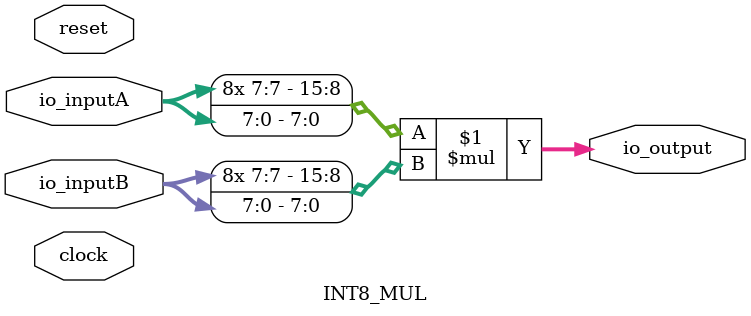
<source format=v>
module INT8_MUL(	// file.cleaned.mlir:2:3
  input         clock,	// file.cleaned.mlir:2:26
                reset,	// file.cleaned.mlir:2:42
  input  [7:0]  io_inputA,	// file.cleaned.mlir:2:58
                io_inputB,	// file.cleaned.mlir:2:78
  output [15:0] io_output	// file.cleaned.mlir:2:99
);

  assign io_output = {{8{io_inputA[7]}}, io_inputA} * {{8{io_inputB[7]}}, io_inputB};	// file.cleaned.mlir:3:10, :4:10, :5:10, :6:10, :7:10, :8:10, :9:10, :10:5
endmodule


</source>
